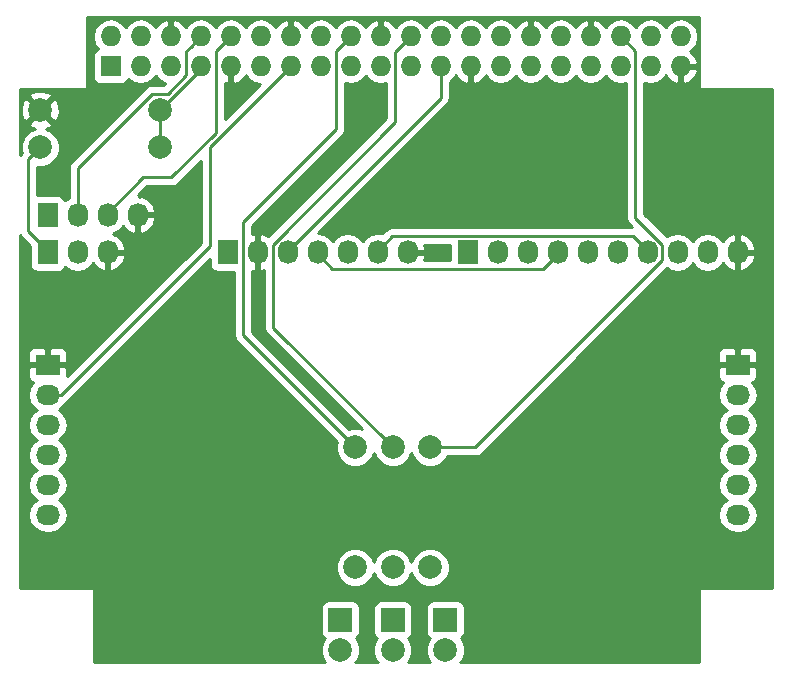
<source format=gbl>
G04 #@! TF.FileFunction,Copper,L2,Bot,Signal*
%FSLAX46Y46*%
G04 Gerber Fmt 4.6, Leading zero omitted, Abs format (unit mm)*
G04 Created by KiCad (PCBNEW 4.0.4-stable) date 10/20/16 10:06:23*
%MOMM*%
%LPD*%
G01*
G04 APERTURE LIST*
%ADD10C,0.100000*%
%ADD11R,1.727200X1.727200*%
%ADD12O,1.727200X1.727200*%
%ADD13C,1.998980*%
%ADD14R,1.727200X2.032000*%
%ADD15O,1.727200X2.032000*%
%ADD16R,2.000000X2.000000*%
%ADD17C,2.000000*%
%ADD18O,2.032000X1.727200*%
%ADD19R,2.032000X1.727200*%
%ADD20C,0.254000*%
G04 APERTURE END LIST*
D10*
D11*
X119634000Y-40132000D03*
D12*
X119634000Y-37592000D03*
X122174000Y-40132000D03*
X122174000Y-37592000D03*
X124714000Y-40132000D03*
X124714000Y-37592000D03*
X127254000Y-40132000D03*
X127254000Y-37592000D03*
X129794000Y-40132000D03*
X129794000Y-37592000D03*
X132334000Y-40132000D03*
X132334000Y-37592000D03*
X134874000Y-40132000D03*
X134874000Y-37592000D03*
X137414000Y-40132000D03*
X137414000Y-37592000D03*
X139954000Y-40132000D03*
X139954000Y-37592000D03*
X142494000Y-40132000D03*
X142494000Y-37592000D03*
X145034000Y-40132000D03*
X145034000Y-37592000D03*
X147574000Y-40132000D03*
X147574000Y-37592000D03*
X150114000Y-40132000D03*
X150114000Y-37592000D03*
X152654000Y-40132000D03*
X152654000Y-37592000D03*
X155194000Y-40132000D03*
X155194000Y-37592000D03*
X157734000Y-40132000D03*
X157734000Y-37592000D03*
X160274000Y-40132000D03*
X160274000Y-37592000D03*
X162814000Y-40132000D03*
X162814000Y-37592000D03*
X165354000Y-40132000D03*
X165354000Y-37592000D03*
X167894000Y-40132000D03*
X167894000Y-37592000D03*
D13*
X140335000Y-82550000D03*
X140335000Y-72390000D03*
D14*
X114300000Y-52705000D03*
D15*
X116840000Y-52705000D03*
X119380000Y-52705000D03*
X121920000Y-52705000D03*
D14*
X114300000Y-55880000D03*
D15*
X116840000Y-55880000D03*
X119380000Y-55880000D03*
D16*
X139065000Y-86995000D03*
D17*
X139065000Y-89535000D03*
D16*
X143510000Y-86995000D03*
D17*
X143510000Y-89535000D03*
D16*
X147955000Y-86995000D03*
D17*
X147955000Y-89535000D03*
D13*
X143510000Y-82550000D03*
X143510000Y-72390000D03*
X146685000Y-82550000D03*
X146685000Y-72390000D03*
X113665000Y-46990000D03*
X123825000Y-46990000D03*
X123825000Y-43815000D03*
X113665000Y-43815000D03*
D18*
X114300000Y-67945000D03*
D19*
X114300000Y-65405000D03*
D18*
X114300000Y-70485000D03*
X114300000Y-73025000D03*
X114300000Y-75565000D03*
X114300000Y-78105000D03*
X172720000Y-78105000D03*
X172720000Y-75565000D03*
X172720000Y-73025000D03*
X172720000Y-70485000D03*
D19*
X172720000Y-65405000D03*
D18*
X172720000Y-67945000D03*
D14*
X129540000Y-55880000D03*
D15*
X132080000Y-55880000D03*
X134620000Y-55880000D03*
X137160000Y-55880000D03*
X139700000Y-55880000D03*
X142240000Y-55880000D03*
X144780000Y-55880000D03*
D14*
X149860000Y-55880000D03*
D15*
X152400000Y-55880000D03*
X154940000Y-55880000D03*
X157480000Y-55880000D03*
X160020000Y-55880000D03*
X162560000Y-55880000D03*
X165100000Y-55880000D03*
X167640000Y-55880000D03*
X170180000Y-55880000D03*
X172720000Y-55880000D03*
D20*
X127254000Y-40386000D02*
X124824489Y-42815511D01*
X127254000Y-40132000D02*
X127254000Y-40386000D01*
X124824489Y-42815511D02*
X123825000Y-43815000D01*
X123825000Y-46990000D02*
X123825000Y-43815000D01*
X116840000Y-52705000D02*
X116840000Y-48756872D01*
X116840000Y-48756872D02*
X123162363Y-42434509D01*
X123162363Y-42434509D02*
X124443491Y-42434509D01*
X124443491Y-42434509D02*
X126009399Y-40868601D01*
X126009399Y-40868601D02*
X126009399Y-38836601D01*
X126009399Y-38836601D02*
X126390401Y-38455599D01*
X126390401Y-38455599D02*
X127254000Y-37592000D01*
X119380000Y-52552600D02*
X119380000Y-52705000D01*
X122402600Y-49530000D02*
X119380000Y-52552600D01*
X124757564Y-49530000D02*
X122402600Y-49530000D01*
X128549399Y-38836601D02*
X128549399Y-45738165D01*
X128549399Y-45738165D02*
X124757564Y-49530000D01*
X129794000Y-37592000D02*
X128549399Y-38836601D01*
X128016000Y-55372000D02*
X128016000Y-46990000D01*
X128016000Y-46990000D02*
X134874000Y-40132000D01*
X115443000Y-67945000D02*
X128016000Y-55372000D01*
X114300000Y-67945000D02*
X115443000Y-67945000D01*
X137160000Y-55880000D02*
X137160000Y-56032400D01*
X137160000Y-56032400D02*
X138404610Y-57277010D01*
X138404610Y-57277010D02*
X156235390Y-57277010D01*
X156235390Y-57277010D02*
X157480000Y-56032400D01*
X157480000Y-56032400D02*
X157480000Y-55880000D01*
X163855399Y-54482999D02*
X143484601Y-54482999D01*
X143484601Y-54482999D02*
X142240000Y-55727600D01*
X142240000Y-55727600D02*
X142240000Y-55880000D01*
X165100000Y-55880000D02*
X165100000Y-55727600D01*
X165100000Y-55727600D02*
X163855399Y-54482999D01*
X134620000Y-55880000D02*
X134620000Y-55727600D01*
X134620000Y-55727600D02*
X147574000Y-42773600D01*
X147574000Y-42773600D02*
X147574000Y-41353314D01*
X147574000Y-41353314D02*
X147574000Y-40132000D01*
X113665000Y-46990000D02*
X112665511Y-47989489D01*
X112665511Y-54093111D02*
X114300000Y-55727600D01*
X112665511Y-47989489D02*
X112665511Y-54093111D01*
X114300000Y-55727600D02*
X114300000Y-55880000D01*
X139954000Y-37592000D02*
X138709399Y-38836601D01*
X138709399Y-38836601D02*
X138709399Y-45440601D01*
X138709399Y-45440601D02*
X130835390Y-53314610D01*
X130835390Y-62890390D02*
X130835390Y-53314610D01*
X140335000Y-72390000D02*
X130835390Y-62890390D01*
X145034000Y-37592000D02*
X143738601Y-38887399D01*
X143738601Y-38887399D02*
X143738601Y-44848855D01*
X143738601Y-44848855D02*
X133375390Y-55212066D01*
X133375390Y-55212066D02*
X133375390Y-62255390D01*
X133375390Y-62255390D02*
X143510000Y-72390000D01*
X162814000Y-37592000D02*
X164058601Y-38836601D01*
X164058601Y-38836601D02*
X164058601Y-52926057D01*
X164058601Y-52926057D02*
X166344601Y-55212057D01*
X166344601Y-55212057D02*
X166344601Y-56547943D01*
X146685000Y-72390000D02*
X150502544Y-72390000D01*
X150502544Y-72390000D02*
X166344601Y-56547943D01*
G36*
X169418000Y-41910000D02*
X169428006Y-41959410D01*
X169456447Y-42001035D01*
X169498841Y-42028315D01*
X169545000Y-42037000D01*
X175615000Y-42037000D01*
X175615000Y-84328000D01*
X169545000Y-84328000D01*
X169495590Y-84338006D01*
X169453965Y-84366447D01*
X169426685Y-84408841D01*
X169418000Y-84455000D01*
X169418000Y-90580000D01*
X149222435Y-90580000D01*
X149340278Y-90462363D01*
X149589716Y-89861648D01*
X149590284Y-89211205D01*
X149341894Y-88610057D01*
X149275379Y-88543426D01*
X149406441Y-88459090D01*
X149551431Y-88246890D01*
X149602440Y-87995000D01*
X149602440Y-85995000D01*
X149558162Y-85759683D01*
X149419090Y-85543559D01*
X149206890Y-85398569D01*
X148955000Y-85347560D01*
X146955000Y-85347560D01*
X146719683Y-85391838D01*
X146503559Y-85530910D01*
X146358569Y-85743110D01*
X146307560Y-85995000D01*
X146307560Y-87995000D01*
X146351838Y-88230317D01*
X146490910Y-88446441D01*
X146633561Y-88543910D01*
X146569722Y-88607637D01*
X146320284Y-89208352D01*
X146319716Y-89858795D01*
X146568106Y-90459943D01*
X146687953Y-90580000D01*
X144777435Y-90580000D01*
X144895278Y-90462363D01*
X145144716Y-89861648D01*
X145145284Y-89211205D01*
X144896894Y-88610057D01*
X144830379Y-88543426D01*
X144961441Y-88459090D01*
X145106431Y-88246890D01*
X145157440Y-87995000D01*
X145157440Y-85995000D01*
X145113162Y-85759683D01*
X144974090Y-85543559D01*
X144761890Y-85398569D01*
X144510000Y-85347560D01*
X142510000Y-85347560D01*
X142274683Y-85391838D01*
X142058559Y-85530910D01*
X141913569Y-85743110D01*
X141862560Y-85995000D01*
X141862560Y-87995000D01*
X141906838Y-88230317D01*
X142045910Y-88446441D01*
X142188561Y-88543910D01*
X142124722Y-88607637D01*
X141875284Y-89208352D01*
X141874716Y-89858795D01*
X142123106Y-90459943D01*
X142242953Y-90580000D01*
X140332435Y-90580000D01*
X140450278Y-90462363D01*
X140699716Y-89861648D01*
X140700284Y-89211205D01*
X140451894Y-88610057D01*
X140385379Y-88543426D01*
X140516441Y-88459090D01*
X140661431Y-88246890D01*
X140712440Y-87995000D01*
X140712440Y-85995000D01*
X140668162Y-85759683D01*
X140529090Y-85543559D01*
X140316890Y-85398569D01*
X140065000Y-85347560D01*
X138065000Y-85347560D01*
X137829683Y-85391838D01*
X137613559Y-85530910D01*
X137468569Y-85743110D01*
X137417560Y-85995000D01*
X137417560Y-87995000D01*
X137461838Y-88230317D01*
X137600910Y-88446441D01*
X137743561Y-88543910D01*
X137679722Y-88607637D01*
X137430284Y-89208352D01*
X137429716Y-89858795D01*
X137678106Y-90459943D01*
X137797953Y-90580000D01*
X118237000Y-90580000D01*
X118237000Y-84455000D01*
X118226994Y-84405590D01*
X118198553Y-84363965D01*
X118156159Y-84336685D01*
X118110000Y-84328000D01*
X111985000Y-84328000D01*
X111985000Y-82873694D01*
X138700226Y-82873694D01*
X138948538Y-83474655D01*
X139407927Y-83934846D01*
X140008453Y-84184206D01*
X140658694Y-84184774D01*
X141259655Y-83936462D01*
X141719846Y-83477073D01*
X141922691Y-82988568D01*
X142123538Y-83474655D01*
X142582927Y-83934846D01*
X143183453Y-84184206D01*
X143833694Y-84184774D01*
X144434655Y-83936462D01*
X144894846Y-83477073D01*
X145097691Y-82988568D01*
X145298538Y-83474655D01*
X145757927Y-83934846D01*
X146358453Y-84184206D01*
X147008694Y-84184774D01*
X147609655Y-83936462D01*
X148069846Y-83477073D01*
X148319206Y-82876547D01*
X148319774Y-82226306D01*
X148071462Y-81625345D01*
X147612073Y-81165154D01*
X147011547Y-80915794D01*
X146361306Y-80915226D01*
X145760345Y-81163538D01*
X145300154Y-81622927D01*
X145097309Y-82111432D01*
X144896462Y-81625345D01*
X144437073Y-81165154D01*
X143836547Y-80915794D01*
X143186306Y-80915226D01*
X142585345Y-81163538D01*
X142125154Y-81622927D01*
X141922309Y-82111432D01*
X141721462Y-81625345D01*
X141262073Y-81165154D01*
X140661547Y-80915794D01*
X140011306Y-80915226D01*
X139410345Y-81163538D01*
X138950154Y-81622927D01*
X138700794Y-82223453D01*
X138700226Y-82873694D01*
X111985000Y-82873694D01*
X111985000Y-64415090D01*
X112649000Y-64415090D01*
X112649000Y-65119250D01*
X112807750Y-65278000D01*
X114173000Y-65278000D01*
X114173000Y-64065150D01*
X114427000Y-64065150D01*
X114427000Y-65278000D01*
X115792250Y-65278000D01*
X115951000Y-65119250D01*
X115951000Y-64415090D01*
X115854327Y-64181701D01*
X115675698Y-64003073D01*
X115442309Y-63906400D01*
X114585750Y-63906400D01*
X114427000Y-64065150D01*
X114173000Y-64065150D01*
X114014250Y-63906400D01*
X113157691Y-63906400D01*
X112924302Y-64003073D01*
X112745673Y-64181701D01*
X112649000Y-64415090D01*
X111985000Y-64415090D01*
X111985000Y-54419864D01*
X112005175Y-54450057D01*
X112126696Y-54631926D01*
X112788960Y-55294190D01*
X112788960Y-56896000D01*
X112833238Y-57131317D01*
X112972310Y-57347441D01*
X113184510Y-57492431D01*
X113436400Y-57543440D01*
X115163600Y-57543440D01*
X115398917Y-57499162D01*
X115615041Y-57360090D01*
X115760031Y-57147890D01*
X115768400Y-57106561D01*
X115780330Y-57124415D01*
X116266511Y-57449271D01*
X116840000Y-57563345D01*
X117413489Y-57449271D01*
X117899670Y-57124415D01*
X118106461Y-56814931D01*
X118477964Y-57230732D01*
X119005209Y-57484709D01*
X119020974Y-57487358D01*
X119253000Y-57366217D01*
X119253000Y-56007000D01*
X119507000Y-56007000D01*
X119507000Y-57366217D01*
X119739026Y-57487358D01*
X119754791Y-57484709D01*
X120282036Y-57230732D01*
X120671954Y-56794320D01*
X120865184Y-56241913D01*
X120720924Y-56007000D01*
X119507000Y-56007000D01*
X119253000Y-56007000D01*
X119233000Y-56007000D01*
X119233000Y-55753000D01*
X119253000Y-55753000D01*
X119253000Y-55733000D01*
X119507000Y-55733000D01*
X119507000Y-55753000D01*
X120720924Y-55753000D01*
X120865184Y-55518087D01*
X120671954Y-54965680D01*
X120282036Y-54529268D01*
X119811362Y-54302542D01*
X119953489Y-54274271D01*
X120439670Y-53949415D01*
X120646461Y-53639931D01*
X121017964Y-54055732D01*
X121545209Y-54309709D01*
X121560974Y-54312358D01*
X121793000Y-54191217D01*
X121793000Y-52832000D01*
X122047000Y-52832000D01*
X122047000Y-54191217D01*
X122279026Y-54312358D01*
X122294791Y-54309709D01*
X122822036Y-54055732D01*
X123211954Y-53619320D01*
X123405184Y-53066913D01*
X123260924Y-52832000D01*
X122047000Y-52832000D01*
X121793000Y-52832000D01*
X121773000Y-52832000D01*
X121773000Y-52578000D01*
X121793000Y-52578000D01*
X121793000Y-52558000D01*
X122047000Y-52558000D01*
X122047000Y-52578000D01*
X123260924Y-52578000D01*
X123405184Y-52343087D01*
X123211954Y-51790680D01*
X122822036Y-51354268D01*
X122294791Y-51100291D01*
X122279026Y-51097642D01*
X122047002Y-51218782D01*
X122047002Y-51054000D01*
X121956230Y-51054000D01*
X122718230Y-50292000D01*
X124757564Y-50292000D01*
X125049169Y-50233996D01*
X125296379Y-50068815D01*
X127254000Y-48111195D01*
X127254000Y-55056370D01*
X115951000Y-66359370D01*
X115951000Y-65690750D01*
X115792250Y-65532000D01*
X114427000Y-65532000D01*
X114427000Y-65552000D01*
X114173000Y-65552000D01*
X114173000Y-65532000D01*
X112807750Y-65532000D01*
X112649000Y-65690750D01*
X112649000Y-66394910D01*
X112745673Y-66628299D01*
X112924302Y-66806927D01*
X113077780Y-66870500D01*
X113055585Y-66885330D01*
X112730729Y-67371511D01*
X112616655Y-67945000D01*
X112730729Y-68518489D01*
X113055585Y-69004670D01*
X113370366Y-69215000D01*
X113055585Y-69425330D01*
X112730729Y-69911511D01*
X112616655Y-70485000D01*
X112730729Y-71058489D01*
X113055585Y-71544670D01*
X113370366Y-71755000D01*
X113055585Y-71965330D01*
X112730729Y-72451511D01*
X112616655Y-73025000D01*
X112730729Y-73598489D01*
X113055585Y-74084670D01*
X113370366Y-74295000D01*
X113055585Y-74505330D01*
X112730729Y-74991511D01*
X112616655Y-75565000D01*
X112730729Y-76138489D01*
X113055585Y-76624670D01*
X113370366Y-76835000D01*
X113055585Y-77045330D01*
X112730729Y-77531511D01*
X112616655Y-78105000D01*
X112730729Y-78678489D01*
X113055585Y-79164670D01*
X113541766Y-79489526D01*
X114115255Y-79603600D01*
X114484745Y-79603600D01*
X115058234Y-79489526D01*
X115544415Y-79164670D01*
X115869271Y-78678489D01*
X115983345Y-78105000D01*
X115869271Y-77531511D01*
X115544415Y-77045330D01*
X115229634Y-76835000D01*
X115544415Y-76624670D01*
X115869271Y-76138489D01*
X115983345Y-75565000D01*
X115869271Y-74991511D01*
X115544415Y-74505330D01*
X115229634Y-74295000D01*
X115544415Y-74084670D01*
X115869271Y-73598489D01*
X115983345Y-73025000D01*
X115869271Y-72451511D01*
X115544415Y-71965330D01*
X115229634Y-71755000D01*
X115544415Y-71544670D01*
X115869271Y-71058489D01*
X115983345Y-70485000D01*
X115869271Y-69911511D01*
X115544415Y-69425330D01*
X115229634Y-69215000D01*
X115544415Y-69004670D01*
X115820352Y-68591702D01*
X115981815Y-68483815D01*
X128028960Y-56436670D01*
X128028960Y-56896000D01*
X128073238Y-57131317D01*
X128212310Y-57347441D01*
X128424510Y-57492431D01*
X128676400Y-57543440D01*
X130073390Y-57543440D01*
X130073390Y-62890390D01*
X130131394Y-63181995D01*
X130296575Y-63429205D01*
X138768285Y-71900916D01*
X138700794Y-72063453D01*
X138700226Y-72713694D01*
X138948538Y-73314655D01*
X139407927Y-73774846D01*
X140008453Y-74024206D01*
X140658694Y-74024774D01*
X141259655Y-73776462D01*
X141719846Y-73317073D01*
X141922691Y-72828568D01*
X142123538Y-73314655D01*
X142582927Y-73774846D01*
X143183453Y-74024206D01*
X143833694Y-74024774D01*
X144434655Y-73776462D01*
X144894846Y-73317073D01*
X145097691Y-72828568D01*
X145298538Y-73314655D01*
X145757927Y-73774846D01*
X146358453Y-74024206D01*
X147008694Y-74024774D01*
X147609655Y-73776462D01*
X148069846Y-73317073D01*
X148138390Y-73152000D01*
X150502544Y-73152000D01*
X150794149Y-73093996D01*
X151041359Y-72928815D01*
X156025174Y-67945000D01*
X171036655Y-67945000D01*
X171150729Y-68518489D01*
X171475585Y-69004670D01*
X171790366Y-69215000D01*
X171475585Y-69425330D01*
X171150729Y-69911511D01*
X171036655Y-70485000D01*
X171150729Y-71058489D01*
X171475585Y-71544670D01*
X171790366Y-71755000D01*
X171475585Y-71965330D01*
X171150729Y-72451511D01*
X171036655Y-73025000D01*
X171150729Y-73598489D01*
X171475585Y-74084670D01*
X171790366Y-74295000D01*
X171475585Y-74505330D01*
X171150729Y-74991511D01*
X171036655Y-75565000D01*
X171150729Y-76138489D01*
X171475585Y-76624670D01*
X171790366Y-76835000D01*
X171475585Y-77045330D01*
X171150729Y-77531511D01*
X171036655Y-78105000D01*
X171150729Y-78678489D01*
X171475585Y-79164670D01*
X171961766Y-79489526D01*
X172535255Y-79603600D01*
X172904745Y-79603600D01*
X173478234Y-79489526D01*
X173964415Y-79164670D01*
X174289271Y-78678489D01*
X174403345Y-78105000D01*
X174289271Y-77531511D01*
X173964415Y-77045330D01*
X173649634Y-76835000D01*
X173964415Y-76624670D01*
X174289271Y-76138489D01*
X174403345Y-75565000D01*
X174289271Y-74991511D01*
X173964415Y-74505330D01*
X173649634Y-74295000D01*
X173964415Y-74084670D01*
X174289271Y-73598489D01*
X174403345Y-73025000D01*
X174289271Y-72451511D01*
X173964415Y-71965330D01*
X173649634Y-71755000D01*
X173964415Y-71544670D01*
X174289271Y-71058489D01*
X174403345Y-70485000D01*
X174289271Y-69911511D01*
X173964415Y-69425330D01*
X173649634Y-69215000D01*
X173964415Y-69004670D01*
X174289271Y-68518489D01*
X174403345Y-67945000D01*
X174289271Y-67371511D01*
X173964415Y-66885330D01*
X173942220Y-66870500D01*
X174095698Y-66806927D01*
X174274327Y-66628299D01*
X174371000Y-66394910D01*
X174371000Y-65690750D01*
X174212250Y-65532000D01*
X172847000Y-65532000D01*
X172847000Y-65552000D01*
X172593000Y-65552000D01*
X172593000Y-65532000D01*
X171227750Y-65532000D01*
X171069000Y-65690750D01*
X171069000Y-66394910D01*
X171165673Y-66628299D01*
X171344302Y-66806927D01*
X171497780Y-66870500D01*
X171475585Y-66885330D01*
X171150729Y-67371511D01*
X171036655Y-67945000D01*
X156025174Y-67945000D01*
X159555084Y-64415090D01*
X171069000Y-64415090D01*
X171069000Y-65119250D01*
X171227750Y-65278000D01*
X172593000Y-65278000D01*
X172593000Y-64065150D01*
X172847000Y-64065150D01*
X172847000Y-65278000D01*
X174212250Y-65278000D01*
X174371000Y-65119250D01*
X174371000Y-64415090D01*
X174274327Y-64181701D01*
X174095698Y-64003073D01*
X173862309Y-63906400D01*
X173005750Y-63906400D01*
X172847000Y-64065150D01*
X172593000Y-64065150D01*
X172434250Y-63906400D01*
X171577691Y-63906400D01*
X171344302Y-64003073D01*
X171165673Y-64181701D01*
X171069000Y-64415090D01*
X159555084Y-64415090D01*
X166739443Y-57230731D01*
X167066511Y-57449271D01*
X167640000Y-57563345D01*
X168213489Y-57449271D01*
X168699670Y-57124415D01*
X168910000Y-56809634D01*
X169120330Y-57124415D01*
X169606511Y-57449271D01*
X170180000Y-57563345D01*
X170753489Y-57449271D01*
X171239670Y-57124415D01*
X171446461Y-56814931D01*
X171817964Y-57230732D01*
X172345209Y-57484709D01*
X172360974Y-57487358D01*
X172593000Y-57366217D01*
X172593000Y-56007000D01*
X172847000Y-56007000D01*
X172847000Y-57366217D01*
X173079026Y-57487358D01*
X173094791Y-57484709D01*
X173622036Y-57230732D01*
X174011954Y-56794320D01*
X174205184Y-56241913D01*
X174060924Y-56007000D01*
X172847000Y-56007000D01*
X172593000Y-56007000D01*
X172573000Y-56007000D01*
X172573000Y-55753000D01*
X172593000Y-55753000D01*
X172593000Y-54393783D01*
X172847000Y-54393783D01*
X172847000Y-55753000D01*
X174060924Y-55753000D01*
X174205184Y-55518087D01*
X174011954Y-54965680D01*
X173622036Y-54529268D01*
X173094791Y-54275291D01*
X173079026Y-54272642D01*
X172847000Y-54393783D01*
X172593000Y-54393783D01*
X172360974Y-54272642D01*
X172345209Y-54275291D01*
X171817964Y-54529268D01*
X171446461Y-54945069D01*
X171239670Y-54635585D01*
X170753489Y-54310729D01*
X170180000Y-54196655D01*
X169606511Y-54310729D01*
X169120330Y-54635585D01*
X168910000Y-54950366D01*
X168699670Y-54635585D01*
X168213489Y-54310729D01*
X167640000Y-54196655D01*
X167066511Y-54310729D01*
X166739444Y-54529269D01*
X164820601Y-52610427D01*
X164820601Y-41553859D01*
X165354000Y-41659959D01*
X165927489Y-41545885D01*
X166413670Y-41221029D01*
X166629664Y-40897772D01*
X166687179Y-41020490D01*
X167119053Y-41414688D01*
X167534974Y-41586958D01*
X167767000Y-41465817D01*
X167767000Y-40259000D01*
X168021000Y-40259000D01*
X168021000Y-41465817D01*
X168253026Y-41586958D01*
X168668947Y-41414688D01*
X169100821Y-41020490D01*
X169348968Y-40491027D01*
X169228469Y-40259000D01*
X168021000Y-40259000D01*
X167767000Y-40259000D01*
X167747000Y-40259000D01*
X167747000Y-40005000D01*
X167767000Y-40005000D01*
X167767000Y-39985000D01*
X168021000Y-39985000D01*
X168021000Y-40005000D01*
X169228469Y-40005000D01*
X169348968Y-39772973D01*
X169100821Y-39243510D01*
X168682839Y-38861992D01*
X168953670Y-38681029D01*
X169278526Y-38194848D01*
X169392600Y-37621359D01*
X169392600Y-37562641D01*
X169278526Y-36989152D01*
X168953670Y-36502971D01*
X168467489Y-36178115D01*
X167894000Y-36064041D01*
X167320511Y-36178115D01*
X166834330Y-36502971D01*
X166624000Y-36817752D01*
X166413670Y-36502971D01*
X165927489Y-36178115D01*
X165354000Y-36064041D01*
X164780511Y-36178115D01*
X164294330Y-36502971D01*
X164084000Y-36817752D01*
X163873670Y-36502971D01*
X163387489Y-36178115D01*
X162814000Y-36064041D01*
X162240511Y-36178115D01*
X161754330Y-36502971D01*
X161538336Y-36826228D01*
X161480821Y-36703510D01*
X161048947Y-36309312D01*
X160633026Y-36137042D01*
X160401000Y-36258183D01*
X160401000Y-37465000D01*
X160421000Y-37465000D01*
X160421000Y-37719000D01*
X160401000Y-37719000D01*
X160401000Y-37739000D01*
X160147000Y-37739000D01*
X160147000Y-37719000D01*
X160127000Y-37719000D01*
X160127000Y-37465000D01*
X160147000Y-37465000D01*
X160147000Y-36258183D01*
X159914974Y-36137042D01*
X159499053Y-36309312D01*
X159067179Y-36703510D01*
X159009664Y-36826228D01*
X158793670Y-36502971D01*
X158307489Y-36178115D01*
X157734000Y-36064041D01*
X157160511Y-36178115D01*
X156674330Y-36502971D01*
X156458336Y-36826228D01*
X156400821Y-36703510D01*
X155968947Y-36309312D01*
X155553026Y-36137042D01*
X155321000Y-36258183D01*
X155321000Y-37465000D01*
X155341000Y-37465000D01*
X155341000Y-37719000D01*
X155321000Y-37719000D01*
X155321000Y-37739000D01*
X155067000Y-37739000D01*
X155067000Y-37719000D01*
X155047000Y-37719000D01*
X155047000Y-37465000D01*
X155067000Y-37465000D01*
X155067000Y-36258183D01*
X154834974Y-36137042D01*
X154419053Y-36309312D01*
X153987179Y-36703510D01*
X153929664Y-36826228D01*
X153713670Y-36502971D01*
X153227489Y-36178115D01*
X152654000Y-36064041D01*
X152080511Y-36178115D01*
X151594330Y-36502971D01*
X151384000Y-36817752D01*
X151173670Y-36502971D01*
X150687489Y-36178115D01*
X150114000Y-36064041D01*
X149540511Y-36178115D01*
X149054330Y-36502971D01*
X148844000Y-36817752D01*
X148633670Y-36502971D01*
X148147489Y-36178115D01*
X147574000Y-36064041D01*
X147000511Y-36178115D01*
X146514330Y-36502971D01*
X146304000Y-36817752D01*
X146093670Y-36502971D01*
X145607489Y-36178115D01*
X145034000Y-36064041D01*
X144460511Y-36178115D01*
X143974330Y-36502971D01*
X143758336Y-36826228D01*
X143700821Y-36703510D01*
X143268947Y-36309312D01*
X142853026Y-36137042D01*
X142621000Y-36258183D01*
X142621000Y-37465000D01*
X142641000Y-37465000D01*
X142641000Y-37719000D01*
X142621000Y-37719000D01*
X142621000Y-37739000D01*
X142367000Y-37739000D01*
X142367000Y-37719000D01*
X142347000Y-37719000D01*
X142347000Y-37465000D01*
X142367000Y-37465000D01*
X142367000Y-36258183D01*
X142134974Y-36137042D01*
X141719053Y-36309312D01*
X141287179Y-36703510D01*
X141229664Y-36826228D01*
X141013670Y-36502971D01*
X140527489Y-36178115D01*
X139954000Y-36064041D01*
X139380511Y-36178115D01*
X138894330Y-36502971D01*
X138684000Y-36817752D01*
X138473670Y-36502971D01*
X137987489Y-36178115D01*
X137414000Y-36064041D01*
X136840511Y-36178115D01*
X136354330Y-36502971D01*
X136138336Y-36826228D01*
X136080821Y-36703510D01*
X135648947Y-36309312D01*
X135233026Y-36137042D01*
X135001000Y-36258183D01*
X135001000Y-37465000D01*
X135021000Y-37465000D01*
X135021000Y-37719000D01*
X135001000Y-37719000D01*
X135001000Y-37739000D01*
X134747000Y-37739000D01*
X134747000Y-37719000D01*
X134727000Y-37719000D01*
X134727000Y-37465000D01*
X134747000Y-37465000D01*
X134747000Y-36258183D01*
X134514974Y-36137042D01*
X134099053Y-36309312D01*
X133667179Y-36703510D01*
X133609664Y-36826228D01*
X133393670Y-36502971D01*
X132907489Y-36178115D01*
X132334000Y-36064041D01*
X131760511Y-36178115D01*
X131274330Y-36502971D01*
X131064000Y-36817752D01*
X130853670Y-36502971D01*
X130367489Y-36178115D01*
X129794000Y-36064041D01*
X129220511Y-36178115D01*
X128734330Y-36502971D01*
X128524000Y-36817752D01*
X128313670Y-36502971D01*
X127827489Y-36178115D01*
X127254000Y-36064041D01*
X126680511Y-36178115D01*
X126194330Y-36502971D01*
X125978336Y-36826228D01*
X125920821Y-36703510D01*
X125488947Y-36309312D01*
X125073026Y-36137042D01*
X124841000Y-36258183D01*
X124841000Y-37465000D01*
X124861000Y-37465000D01*
X124861000Y-37719000D01*
X124841000Y-37719000D01*
X124841000Y-37739000D01*
X124587000Y-37739000D01*
X124587000Y-37719000D01*
X124567000Y-37719000D01*
X124567000Y-37465000D01*
X124587000Y-37465000D01*
X124587000Y-36258183D01*
X124354974Y-36137042D01*
X123939053Y-36309312D01*
X123507179Y-36703510D01*
X123449664Y-36826228D01*
X123233670Y-36502971D01*
X122747489Y-36178115D01*
X122174000Y-36064041D01*
X121600511Y-36178115D01*
X121114330Y-36502971D01*
X120904000Y-36817752D01*
X120693670Y-36502971D01*
X120207489Y-36178115D01*
X119634000Y-36064041D01*
X119060511Y-36178115D01*
X118574330Y-36502971D01*
X118249474Y-36989152D01*
X118135400Y-37562641D01*
X118135400Y-37621359D01*
X118249474Y-38194848D01*
X118560574Y-38660442D01*
X118535083Y-38665238D01*
X118318959Y-38804310D01*
X118173969Y-39016510D01*
X118122960Y-39268400D01*
X118122960Y-40995600D01*
X118167238Y-41230917D01*
X118306310Y-41447041D01*
X118518510Y-41592031D01*
X118770400Y-41643040D01*
X120497600Y-41643040D01*
X120732917Y-41598762D01*
X120949041Y-41459690D01*
X121094031Y-41247490D01*
X121102864Y-41203869D01*
X121114330Y-41221029D01*
X121600511Y-41545885D01*
X122174000Y-41659959D01*
X122747489Y-41545885D01*
X123233670Y-41221029D01*
X123444000Y-40906248D01*
X123654330Y-41221029D01*
X124140511Y-41545885D01*
X124235575Y-41564794D01*
X124127861Y-41672509D01*
X123162363Y-41672509D01*
X122870759Y-41730512D01*
X122623548Y-41895693D01*
X116301185Y-48218057D01*
X116136004Y-48465267D01*
X116078000Y-48756872D01*
X116078000Y-51261688D01*
X115780330Y-51460585D01*
X115770757Y-51474913D01*
X115766762Y-51453683D01*
X115627690Y-51237559D01*
X115415490Y-51092569D01*
X115163600Y-51041560D01*
X113436400Y-51041560D01*
X113427511Y-51043233D01*
X113427511Y-48624284D01*
X113988694Y-48624774D01*
X114589655Y-48376462D01*
X115049846Y-47917073D01*
X115299206Y-47316547D01*
X115299774Y-46666306D01*
X115051462Y-46065345D01*
X114592073Y-45605154D01*
X114118035Y-45408316D01*
X114538958Y-45233965D01*
X114637557Y-44967163D01*
X113665000Y-43994605D01*
X112692443Y-44967163D01*
X112791042Y-45233965D01*
X113235333Y-45399013D01*
X112740345Y-45603538D01*
X112280154Y-46062927D01*
X112030794Y-46663453D01*
X112030226Y-47313694D01*
X112102060Y-47487545D01*
X111985000Y-47662736D01*
X111985000Y-43550582D01*
X112019599Y-43550582D01*
X112043659Y-44200377D01*
X112246035Y-44688958D01*
X112512837Y-44787557D01*
X113485395Y-43815000D01*
X113844605Y-43815000D01*
X114817163Y-44787557D01*
X115083965Y-44688958D01*
X115310401Y-44079418D01*
X115286341Y-43429623D01*
X115083965Y-42941042D01*
X114817163Y-42842443D01*
X113844605Y-43815000D01*
X113485395Y-43815000D01*
X112512837Y-42842443D01*
X112246035Y-42941042D01*
X112019599Y-43550582D01*
X111985000Y-43550582D01*
X111985000Y-42662837D01*
X112692443Y-42662837D01*
X113665000Y-43635395D01*
X114637557Y-42662837D01*
X114538958Y-42396035D01*
X113929418Y-42169599D01*
X113279623Y-42193659D01*
X112791042Y-42396035D01*
X112692443Y-42662837D01*
X111985000Y-42662837D01*
X111985000Y-42037000D01*
X117475000Y-42037000D01*
X117524410Y-42026994D01*
X117566035Y-41998553D01*
X117593315Y-41956159D01*
X117602000Y-41910000D01*
X117602000Y-35950000D01*
X169418000Y-35950000D01*
X169418000Y-41910000D01*
X169418000Y-41910000D01*
G37*
X169418000Y-41910000D02*
X169428006Y-41959410D01*
X169456447Y-42001035D01*
X169498841Y-42028315D01*
X169545000Y-42037000D01*
X175615000Y-42037000D01*
X175615000Y-84328000D01*
X169545000Y-84328000D01*
X169495590Y-84338006D01*
X169453965Y-84366447D01*
X169426685Y-84408841D01*
X169418000Y-84455000D01*
X169418000Y-90580000D01*
X149222435Y-90580000D01*
X149340278Y-90462363D01*
X149589716Y-89861648D01*
X149590284Y-89211205D01*
X149341894Y-88610057D01*
X149275379Y-88543426D01*
X149406441Y-88459090D01*
X149551431Y-88246890D01*
X149602440Y-87995000D01*
X149602440Y-85995000D01*
X149558162Y-85759683D01*
X149419090Y-85543559D01*
X149206890Y-85398569D01*
X148955000Y-85347560D01*
X146955000Y-85347560D01*
X146719683Y-85391838D01*
X146503559Y-85530910D01*
X146358569Y-85743110D01*
X146307560Y-85995000D01*
X146307560Y-87995000D01*
X146351838Y-88230317D01*
X146490910Y-88446441D01*
X146633561Y-88543910D01*
X146569722Y-88607637D01*
X146320284Y-89208352D01*
X146319716Y-89858795D01*
X146568106Y-90459943D01*
X146687953Y-90580000D01*
X144777435Y-90580000D01*
X144895278Y-90462363D01*
X145144716Y-89861648D01*
X145145284Y-89211205D01*
X144896894Y-88610057D01*
X144830379Y-88543426D01*
X144961441Y-88459090D01*
X145106431Y-88246890D01*
X145157440Y-87995000D01*
X145157440Y-85995000D01*
X145113162Y-85759683D01*
X144974090Y-85543559D01*
X144761890Y-85398569D01*
X144510000Y-85347560D01*
X142510000Y-85347560D01*
X142274683Y-85391838D01*
X142058559Y-85530910D01*
X141913569Y-85743110D01*
X141862560Y-85995000D01*
X141862560Y-87995000D01*
X141906838Y-88230317D01*
X142045910Y-88446441D01*
X142188561Y-88543910D01*
X142124722Y-88607637D01*
X141875284Y-89208352D01*
X141874716Y-89858795D01*
X142123106Y-90459943D01*
X142242953Y-90580000D01*
X140332435Y-90580000D01*
X140450278Y-90462363D01*
X140699716Y-89861648D01*
X140700284Y-89211205D01*
X140451894Y-88610057D01*
X140385379Y-88543426D01*
X140516441Y-88459090D01*
X140661431Y-88246890D01*
X140712440Y-87995000D01*
X140712440Y-85995000D01*
X140668162Y-85759683D01*
X140529090Y-85543559D01*
X140316890Y-85398569D01*
X140065000Y-85347560D01*
X138065000Y-85347560D01*
X137829683Y-85391838D01*
X137613559Y-85530910D01*
X137468569Y-85743110D01*
X137417560Y-85995000D01*
X137417560Y-87995000D01*
X137461838Y-88230317D01*
X137600910Y-88446441D01*
X137743561Y-88543910D01*
X137679722Y-88607637D01*
X137430284Y-89208352D01*
X137429716Y-89858795D01*
X137678106Y-90459943D01*
X137797953Y-90580000D01*
X118237000Y-90580000D01*
X118237000Y-84455000D01*
X118226994Y-84405590D01*
X118198553Y-84363965D01*
X118156159Y-84336685D01*
X118110000Y-84328000D01*
X111985000Y-84328000D01*
X111985000Y-82873694D01*
X138700226Y-82873694D01*
X138948538Y-83474655D01*
X139407927Y-83934846D01*
X140008453Y-84184206D01*
X140658694Y-84184774D01*
X141259655Y-83936462D01*
X141719846Y-83477073D01*
X141922691Y-82988568D01*
X142123538Y-83474655D01*
X142582927Y-83934846D01*
X143183453Y-84184206D01*
X143833694Y-84184774D01*
X144434655Y-83936462D01*
X144894846Y-83477073D01*
X145097691Y-82988568D01*
X145298538Y-83474655D01*
X145757927Y-83934846D01*
X146358453Y-84184206D01*
X147008694Y-84184774D01*
X147609655Y-83936462D01*
X148069846Y-83477073D01*
X148319206Y-82876547D01*
X148319774Y-82226306D01*
X148071462Y-81625345D01*
X147612073Y-81165154D01*
X147011547Y-80915794D01*
X146361306Y-80915226D01*
X145760345Y-81163538D01*
X145300154Y-81622927D01*
X145097309Y-82111432D01*
X144896462Y-81625345D01*
X144437073Y-81165154D01*
X143836547Y-80915794D01*
X143186306Y-80915226D01*
X142585345Y-81163538D01*
X142125154Y-81622927D01*
X141922309Y-82111432D01*
X141721462Y-81625345D01*
X141262073Y-81165154D01*
X140661547Y-80915794D01*
X140011306Y-80915226D01*
X139410345Y-81163538D01*
X138950154Y-81622927D01*
X138700794Y-82223453D01*
X138700226Y-82873694D01*
X111985000Y-82873694D01*
X111985000Y-64415090D01*
X112649000Y-64415090D01*
X112649000Y-65119250D01*
X112807750Y-65278000D01*
X114173000Y-65278000D01*
X114173000Y-64065150D01*
X114427000Y-64065150D01*
X114427000Y-65278000D01*
X115792250Y-65278000D01*
X115951000Y-65119250D01*
X115951000Y-64415090D01*
X115854327Y-64181701D01*
X115675698Y-64003073D01*
X115442309Y-63906400D01*
X114585750Y-63906400D01*
X114427000Y-64065150D01*
X114173000Y-64065150D01*
X114014250Y-63906400D01*
X113157691Y-63906400D01*
X112924302Y-64003073D01*
X112745673Y-64181701D01*
X112649000Y-64415090D01*
X111985000Y-64415090D01*
X111985000Y-54419864D01*
X112005175Y-54450057D01*
X112126696Y-54631926D01*
X112788960Y-55294190D01*
X112788960Y-56896000D01*
X112833238Y-57131317D01*
X112972310Y-57347441D01*
X113184510Y-57492431D01*
X113436400Y-57543440D01*
X115163600Y-57543440D01*
X115398917Y-57499162D01*
X115615041Y-57360090D01*
X115760031Y-57147890D01*
X115768400Y-57106561D01*
X115780330Y-57124415D01*
X116266511Y-57449271D01*
X116840000Y-57563345D01*
X117413489Y-57449271D01*
X117899670Y-57124415D01*
X118106461Y-56814931D01*
X118477964Y-57230732D01*
X119005209Y-57484709D01*
X119020974Y-57487358D01*
X119253000Y-57366217D01*
X119253000Y-56007000D01*
X119507000Y-56007000D01*
X119507000Y-57366217D01*
X119739026Y-57487358D01*
X119754791Y-57484709D01*
X120282036Y-57230732D01*
X120671954Y-56794320D01*
X120865184Y-56241913D01*
X120720924Y-56007000D01*
X119507000Y-56007000D01*
X119253000Y-56007000D01*
X119233000Y-56007000D01*
X119233000Y-55753000D01*
X119253000Y-55753000D01*
X119253000Y-55733000D01*
X119507000Y-55733000D01*
X119507000Y-55753000D01*
X120720924Y-55753000D01*
X120865184Y-55518087D01*
X120671954Y-54965680D01*
X120282036Y-54529268D01*
X119811362Y-54302542D01*
X119953489Y-54274271D01*
X120439670Y-53949415D01*
X120646461Y-53639931D01*
X121017964Y-54055732D01*
X121545209Y-54309709D01*
X121560974Y-54312358D01*
X121793000Y-54191217D01*
X121793000Y-52832000D01*
X122047000Y-52832000D01*
X122047000Y-54191217D01*
X122279026Y-54312358D01*
X122294791Y-54309709D01*
X122822036Y-54055732D01*
X123211954Y-53619320D01*
X123405184Y-53066913D01*
X123260924Y-52832000D01*
X122047000Y-52832000D01*
X121793000Y-52832000D01*
X121773000Y-52832000D01*
X121773000Y-52578000D01*
X121793000Y-52578000D01*
X121793000Y-52558000D01*
X122047000Y-52558000D01*
X122047000Y-52578000D01*
X123260924Y-52578000D01*
X123405184Y-52343087D01*
X123211954Y-51790680D01*
X122822036Y-51354268D01*
X122294791Y-51100291D01*
X122279026Y-51097642D01*
X122047002Y-51218782D01*
X122047002Y-51054000D01*
X121956230Y-51054000D01*
X122718230Y-50292000D01*
X124757564Y-50292000D01*
X125049169Y-50233996D01*
X125296379Y-50068815D01*
X127254000Y-48111195D01*
X127254000Y-55056370D01*
X115951000Y-66359370D01*
X115951000Y-65690750D01*
X115792250Y-65532000D01*
X114427000Y-65532000D01*
X114427000Y-65552000D01*
X114173000Y-65552000D01*
X114173000Y-65532000D01*
X112807750Y-65532000D01*
X112649000Y-65690750D01*
X112649000Y-66394910D01*
X112745673Y-66628299D01*
X112924302Y-66806927D01*
X113077780Y-66870500D01*
X113055585Y-66885330D01*
X112730729Y-67371511D01*
X112616655Y-67945000D01*
X112730729Y-68518489D01*
X113055585Y-69004670D01*
X113370366Y-69215000D01*
X113055585Y-69425330D01*
X112730729Y-69911511D01*
X112616655Y-70485000D01*
X112730729Y-71058489D01*
X113055585Y-71544670D01*
X113370366Y-71755000D01*
X113055585Y-71965330D01*
X112730729Y-72451511D01*
X112616655Y-73025000D01*
X112730729Y-73598489D01*
X113055585Y-74084670D01*
X113370366Y-74295000D01*
X113055585Y-74505330D01*
X112730729Y-74991511D01*
X112616655Y-75565000D01*
X112730729Y-76138489D01*
X113055585Y-76624670D01*
X113370366Y-76835000D01*
X113055585Y-77045330D01*
X112730729Y-77531511D01*
X112616655Y-78105000D01*
X112730729Y-78678489D01*
X113055585Y-79164670D01*
X113541766Y-79489526D01*
X114115255Y-79603600D01*
X114484745Y-79603600D01*
X115058234Y-79489526D01*
X115544415Y-79164670D01*
X115869271Y-78678489D01*
X115983345Y-78105000D01*
X115869271Y-77531511D01*
X115544415Y-77045330D01*
X115229634Y-76835000D01*
X115544415Y-76624670D01*
X115869271Y-76138489D01*
X115983345Y-75565000D01*
X115869271Y-74991511D01*
X115544415Y-74505330D01*
X115229634Y-74295000D01*
X115544415Y-74084670D01*
X115869271Y-73598489D01*
X115983345Y-73025000D01*
X115869271Y-72451511D01*
X115544415Y-71965330D01*
X115229634Y-71755000D01*
X115544415Y-71544670D01*
X115869271Y-71058489D01*
X115983345Y-70485000D01*
X115869271Y-69911511D01*
X115544415Y-69425330D01*
X115229634Y-69215000D01*
X115544415Y-69004670D01*
X115820352Y-68591702D01*
X115981815Y-68483815D01*
X128028960Y-56436670D01*
X128028960Y-56896000D01*
X128073238Y-57131317D01*
X128212310Y-57347441D01*
X128424510Y-57492431D01*
X128676400Y-57543440D01*
X130073390Y-57543440D01*
X130073390Y-62890390D01*
X130131394Y-63181995D01*
X130296575Y-63429205D01*
X138768285Y-71900916D01*
X138700794Y-72063453D01*
X138700226Y-72713694D01*
X138948538Y-73314655D01*
X139407927Y-73774846D01*
X140008453Y-74024206D01*
X140658694Y-74024774D01*
X141259655Y-73776462D01*
X141719846Y-73317073D01*
X141922691Y-72828568D01*
X142123538Y-73314655D01*
X142582927Y-73774846D01*
X143183453Y-74024206D01*
X143833694Y-74024774D01*
X144434655Y-73776462D01*
X144894846Y-73317073D01*
X145097691Y-72828568D01*
X145298538Y-73314655D01*
X145757927Y-73774846D01*
X146358453Y-74024206D01*
X147008694Y-74024774D01*
X147609655Y-73776462D01*
X148069846Y-73317073D01*
X148138390Y-73152000D01*
X150502544Y-73152000D01*
X150794149Y-73093996D01*
X151041359Y-72928815D01*
X156025174Y-67945000D01*
X171036655Y-67945000D01*
X171150729Y-68518489D01*
X171475585Y-69004670D01*
X171790366Y-69215000D01*
X171475585Y-69425330D01*
X171150729Y-69911511D01*
X171036655Y-70485000D01*
X171150729Y-71058489D01*
X171475585Y-71544670D01*
X171790366Y-71755000D01*
X171475585Y-71965330D01*
X171150729Y-72451511D01*
X171036655Y-73025000D01*
X171150729Y-73598489D01*
X171475585Y-74084670D01*
X171790366Y-74295000D01*
X171475585Y-74505330D01*
X171150729Y-74991511D01*
X171036655Y-75565000D01*
X171150729Y-76138489D01*
X171475585Y-76624670D01*
X171790366Y-76835000D01*
X171475585Y-77045330D01*
X171150729Y-77531511D01*
X171036655Y-78105000D01*
X171150729Y-78678489D01*
X171475585Y-79164670D01*
X171961766Y-79489526D01*
X172535255Y-79603600D01*
X172904745Y-79603600D01*
X173478234Y-79489526D01*
X173964415Y-79164670D01*
X174289271Y-78678489D01*
X174403345Y-78105000D01*
X174289271Y-77531511D01*
X173964415Y-77045330D01*
X173649634Y-76835000D01*
X173964415Y-76624670D01*
X174289271Y-76138489D01*
X174403345Y-75565000D01*
X174289271Y-74991511D01*
X173964415Y-74505330D01*
X173649634Y-74295000D01*
X173964415Y-74084670D01*
X174289271Y-73598489D01*
X174403345Y-73025000D01*
X174289271Y-72451511D01*
X173964415Y-71965330D01*
X173649634Y-71755000D01*
X173964415Y-71544670D01*
X174289271Y-71058489D01*
X174403345Y-70485000D01*
X174289271Y-69911511D01*
X173964415Y-69425330D01*
X173649634Y-69215000D01*
X173964415Y-69004670D01*
X174289271Y-68518489D01*
X174403345Y-67945000D01*
X174289271Y-67371511D01*
X173964415Y-66885330D01*
X173942220Y-66870500D01*
X174095698Y-66806927D01*
X174274327Y-66628299D01*
X174371000Y-66394910D01*
X174371000Y-65690750D01*
X174212250Y-65532000D01*
X172847000Y-65532000D01*
X172847000Y-65552000D01*
X172593000Y-65552000D01*
X172593000Y-65532000D01*
X171227750Y-65532000D01*
X171069000Y-65690750D01*
X171069000Y-66394910D01*
X171165673Y-66628299D01*
X171344302Y-66806927D01*
X171497780Y-66870500D01*
X171475585Y-66885330D01*
X171150729Y-67371511D01*
X171036655Y-67945000D01*
X156025174Y-67945000D01*
X159555084Y-64415090D01*
X171069000Y-64415090D01*
X171069000Y-65119250D01*
X171227750Y-65278000D01*
X172593000Y-65278000D01*
X172593000Y-64065150D01*
X172847000Y-64065150D01*
X172847000Y-65278000D01*
X174212250Y-65278000D01*
X174371000Y-65119250D01*
X174371000Y-64415090D01*
X174274327Y-64181701D01*
X174095698Y-64003073D01*
X173862309Y-63906400D01*
X173005750Y-63906400D01*
X172847000Y-64065150D01*
X172593000Y-64065150D01*
X172434250Y-63906400D01*
X171577691Y-63906400D01*
X171344302Y-64003073D01*
X171165673Y-64181701D01*
X171069000Y-64415090D01*
X159555084Y-64415090D01*
X166739443Y-57230731D01*
X167066511Y-57449271D01*
X167640000Y-57563345D01*
X168213489Y-57449271D01*
X168699670Y-57124415D01*
X168910000Y-56809634D01*
X169120330Y-57124415D01*
X169606511Y-57449271D01*
X170180000Y-57563345D01*
X170753489Y-57449271D01*
X171239670Y-57124415D01*
X171446461Y-56814931D01*
X171817964Y-57230732D01*
X172345209Y-57484709D01*
X172360974Y-57487358D01*
X172593000Y-57366217D01*
X172593000Y-56007000D01*
X172847000Y-56007000D01*
X172847000Y-57366217D01*
X173079026Y-57487358D01*
X173094791Y-57484709D01*
X173622036Y-57230732D01*
X174011954Y-56794320D01*
X174205184Y-56241913D01*
X174060924Y-56007000D01*
X172847000Y-56007000D01*
X172593000Y-56007000D01*
X172573000Y-56007000D01*
X172573000Y-55753000D01*
X172593000Y-55753000D01*
X172593000Y-54393783D01*
X172847000Y-54393783D01*
X172847000Y-55753000D01*
X174060924Y-55753000D01*
X174205184Y-55518087D01*
X174011954Y-54965680D01*
X173622036Y-54529268D01*
X173094791Y-54275291D01*
X173079026Y-54272642D01*
X172847000Y-54393783D01*
X172593000Y-54393783D01*
X172360974Y-54272642D01*
X172345209Y-54275291D01*
X171817964Y-54529268D01*
X171446461Y-54945069D01*
X171239670Y-54635585D01*
X170753489Y-54310729D01*
X170180000Y-54196655D01*
X169606511Y-54310729D01*
X169120330Y-54635585D01*
X168910000Y-54950366D01*
X168699670Y-54635585D01*
X168213489Y-54310729D01*
X167640000Y-54196655D01*
X167066511Y-54310729D01*
X166739444Y-54529269D01*
X164820601Y-52610427D01*
X164820601Y-41553859D01*
X165354000Y-41659959D01*
X165927489Y-41545885D01*
X166413670Y-41221029D01*
X166629664Y-40897772D01*
X166687179Y-41020490D01*
X167119053Y-41414688D01*
X167534974Y-41586958D01*
X167767000Y-41465817D01*
X167767000Y-40259000D01*
X168021000Y-40259000D01*
X168021000Y-41465817D01*
X168253026Y-41586958D01*
X168668947Y-41414688D01*
X169100821Y-41020490D01*
X169348968Y-40491027D01*
X169228469Y-40259000D01*
X168021000Y-40259000D01*
X167767000Y-40259000D01*
X167747000Y-40259000D01*
X167747000Y-40005000D01*
X167767000Y-40005000D01*
X167767000Y-39985000D01*
X168021000Y-39985000D01*
X168021000Y-40005000D01*
X169228469Y-40005000D01*
X169348968Y-39772973D01*
X169100821Y-39243510D01*
X168682839Y-38861992D01*
X168953670Y-38681029D01*
X169278526Y-38194848D01*
X169392600Y-37621359D01*
X169392600Y-37562641D01*
X169278526Y-36989152D01*
X168953670Y-36502971D01*
X168467489Y-36178115D01*
X167894000Y-36064041D01*
X167320511Y-36178115D01*
X166834330Y-36502971D01*
X166624000Y-36817752D01*
X166413670Y-36502971D01*
X165927489Y-36178115D01*
X165354000Y-36064041D01*
X164780511Y-36178115D01*
X164294330Y-36502971D01*
X164084000Y-36817752D01*
X163873670Y-36502971D01*
X163387489Y-36178115D01*
X162814000Y-36064041D01*
X162240511Y-36178115D01*
X161754330Y-36502971D01*
X161538336Y-36826228D01*
X161480821Y-36703510D01*
X161048947Y-36309312D01*
X160633026Y-36137042D01*
X160401000Y-36258183D01*
X160401000Y-37465000D01*
X160421000Y-37465000D01*
X160421000Y-37719000D01*
X160401000Y-37719000D01*
X160401000Y-37739000D01*
X160147000Y-37739000D01*
X160147000Y-37719000D01*
X160127000Y-37719000D01*
X160127000Y-37465000D01*
X160147000Y-37465000D01*
X160147000Y-36258183D01*
X159914974Y-36137042D01*
X159499053Y-36309312D01*
X159067179Y-36703510D01*
X159009664Y-36826228D01*
X158793670Y-36502971D01*
X158307489Y-36178115D01*
X157734000Y-36064041D01*
X157160511Y-36178115D01*
X156674330Y-36502971D01*
X156458336Y-36826228D01*
X156400821Y-36703510D01*
X155968947Y-36309312D01*
X155553026Y-36137042D01*
X155321000Y-36258183D01*
X155321000Y-37465000D01*
X155341000Y-37465000D01*
X155341000Y-37719000D01*
X155321000Y-37719000D01*
X155321000Y-37739000D01*
X155067000Y-37739000D01*
X155067000Y-37719000D01*
X155047000Y-37719000D01*
X155047000Y-37465000D01*
X155067000Y-37465000D01*
X155067000Y-36258183D01*
X154834974Y-36137042D01*
X154419053Y-36309312D01*
X153987179Y-36703510D01*
X153929664Y-36826228D01*
X153713670Y-36502971D01*
X153227489Y-36178115D01*
X152654000Y-36064041D01*
X152080511Y-36178115D01*
X151594330Y-36502971D01*
X151384000Y-36817752D01*
X151173670Y-36502971D01*
X150687489Y-36178115D01*
X150114000Y-36064041D01*
X149540511Y-36178115D01*
X149054330Y-36502971D01*
X148844000Y-36817752D01*
X148633670Y-36502971D01*
X148147489Y-36178115D01*
X147574000Y-36064041D01*
X147000511Y-36178115D01*
X146514330Y-36502971D01*
X146304000Y-36817752D01*
X146093670Y-36502971D01*
X145607489Y-36178115D01*
X145034000Y-36064041D01*
X144460511Y-36178115D01*
X143974330Y-36502971D01*
X143758336Y-36826228D01*
X143700821Y-36703510D01*
X143268947Y-36309312D01*
X142853026Y-36137042D01*
X142621000Y-36258183D01*
X142621000Y-37465000D01*
X142641000Y-37465000D01*
X142641000Y-37719000D01*
X142621000Y-37719000D01*
X142621000Y-37739000D01*
X142367000Y-37739000D01*
X142367000Y-37719000D01*
X142347000Y-37719000D01*
X142347000Y-37465000D01*
X142367000Y-37465000D01*
X142367000Y-36258183D01*
X142134974Y-36137042D01*
X141719053Y-36309312D01*
X141287179Y-36703510D01*
X141229664Y-36826228D01*
X141013670Y-36502971D01*
X140527489Y-36178115D01*
X139954000Y-36064041D01*
X139380511Y-36178115D01*
X138894330Y-36502971D01*
X138684000Y-36817752D01*
X138473670Y-36502971D01*
X137987489Y-36178115D01*
X137414000Y-36064041D01*
X136840511Y-36178115D01*
X136354330Y-36502971D01*
X136138336Y-36826228D01*
X136080821Y-36703510D01*
X135648947Y-36309312D01*
X135233026Y-36137042D01*
X135001000Y-36258183D01*
X135001000Y-37465000D01*
X135021000Y-37465000D01*
X135021000Y-37719000D01*
X135001000Y-37719000D01*
X135001000Y-37739000D01*
X134747000Y-37739000D01*
X134747000Y-37719000D01*
X134727000Y-37719000D01*
X134727000Y-37465000D01*
X134747000Y-37465000D01*
X134747000Y-36258183D01*
X134514974Y-36137042D01*
X134099053Y-36309312D01*
X133667179Y-36703510D01*
X133609664Y-36826228D01*
X133393670Y-36502971D01*
X132907489Y-36178115D01*
X132334000Y-36064041D01*
X131760511Y-36178115D01*
X131274330Y-36502971D01*
X131064000Y-36817752D01*
X130853670Y-36502971D01*
X130367489Y-36178115D01*
X129794000Y-36064041D01*
X129220511Y-36178115D01*
X128734330Y-36502971D01*
X128524000Y-36817752D01*
X128313670Y-36502971D01*
X127827489Y-36178115D01*
X127254000Y-36064041D01*
X126680511Y-36178115D01*
X126194330Y-36502971D01*
X125978336Y-36826228D01*
X125920821Y-36703510D01*
X125488947Y-36309312D01*
X125073026Y-36137042D01*
X124841000Y-36258183D01*
X124841000Y-37465000D01*
X124861000Y-37465000D01*
X124861000Y-37719000D01*
X124841000Y-37719000D01*
X124841000Y-37739000D01*
X124587000Y-37739000D01*
X124587000Y-37719000D01*
X124567000Y-37719000D01*
X124567000Y-37465000D01*
X124587000Y-37465000D01*
X124587000Y-36258183D01*
X124354974Y-36137042D01*
X123939053Y-36309312D01*
X123507179Y-36703510D01*
X123449664Y-36826228D01*
X123233670Y-36502971D01*
X122747489Y-36178115D01*
X122174000Y-36064041D01*
X121600511Y-36178115D01*
X121114330Y-36502971D01*
X120904000Y-36817752D01*
X120693670Y-36502971D01*
X120207489Y-36178115D01*
X119634000Y-36064041D01*
X119060511Y-36178115D01*
X118574330Y-36502971D01*
X118249474Y-36989152D01*
X118135400Y-37562641D01*
X118135400Y-37621359D01*
X118249474Y-38194848D01*
X118560574Y-38660442D01*
X118535083Y-38665238D01*
X118318959Y-38804310D01*
X118173969Y-39016510D01*
X118122960Y-39268400D01*
X118122960Y-40995600D01*
X118167238Y-41230917D01*
X118306310Y-41447041D01*
X118518510Y-41592031D01*
X118770400Y-41643040D01*
X120497600Y-41643040D01*
X120732917Y-41598762D01*
X120949041Y-41459690D01*
X121094031Y-41247490D01*
X121102864Y-41203869D01*
X121114330Y-41221029D01*
X121600511Y-41545885D01*
X122174000Y-41659959D01*
X122747489Y-41545885D01*
X123233670Y-41221029D01*
X123444000Y-40906248D01*
X123654330Y-41221029D01*
X124140511Y-41545885D01*
X124235575Y-41564794D01*
X124127861Y-41672509D01*
X123162363Y-41672509D01*
X122870759Y-41730512D01*
X122623548Y-41895693D01*
X116301185Y-48218057D01*
X116136004Y-48465267D01*
X116078000Y-48756872D01*
X116078000Y-51261688D01*
X115780330Y-51460585D01*
X115770757Y-51474913D01*
X115766762Y-51453683D01*
X115627690Y-51237559D01*
X115415490Y-51092569D01*
X115163600Y-51041560D01*
X113436400Y-51041560D01*
X113427511Y-51043233D01*
X113427511Y-48624284D01*
X113988694Y-48624774D01*
X114589655Y-48376462D01*
X115049846Y-47917073D01*
X115299206Y-47316547D01*
X115299774Y-46666306D01*
X115051462Y-46065345D01*
X114592073Y-45605154D01*
X114118035Y-45408316D01*
X114538958Y-45233965D01*
X114637557Y-44967163D01*
X113665000Y-43994605D01*
X112692443Y-44967163D01*
X112791042Y-45233965D01*
X113235333Y-45399013D01*
X112740345Y-45603538D01*
X112280154Y-46062927D01*
X112030794Y-46663453D01*
X112030226Y-47313694D01*
X112102060Y-47487545D01*
X111985000Y-47662736D01*
X111985000Y-43550582D01*
X112019599Y-43550582D01*
X112043659Y-44200377D01*
X112246035Y-44688958D01*
X112512837Y-44787557D01*
X113485395Y-43815000D01*
X113844605Y-43815000D01*
X114817163Y-44787557D01*
X115083965Y-44688958D01*
X115310401Y-44079418D01*
X115286341Y-43429623D01*
X115083965Y-42941042D01*
X114817163Y-42842443D01*
X113844605Y-43815000D01*
X113485395Y-43815000D01*
X112512837Y-42842443D01*
X112246035Y-42941042D01*
X112019599Y-43550582D01*
X111985000Y-43550582D01*
X111985000Y-42662837D01*
X112692443Y-42662837D01*
X113665000Y-43635395D01*
X114637557Y-42662837D01*
X114538958Y-42396035D01*
X113929418Y-42169599D01*
X113279623Y-42193659D01*
X112791042Y-42396035D01*
X112692443Y-42662837D01*
X111985000Y-42662837D01*
X111985000Y-42037000D01*
X117475000Y-42037000D01*
X117524410Y-42026994D01*
X117566035Y-41998553D01*
X117593315Y-41956159D01*
X117602000Y-41910000D01*
X117602000Y-35950000D01*
X169418000Y-35950000D01*
X169418000Y-41910000D01*
G36*
X141434330Y-41221029D02*
X141920511Y-41545885D01*
X142494000Y-41659959D01*
X142976601Y-41563964D01*
X142976601Y-44533224D01*
X132981038Y-54528787D01*
X132454791Y-54275291D01*
X132439026Y-54272642D01*
X132207000Y-54393783D01*
X132207000Y-55753000D01*
X132227000Y-55753000D01*
X132227000Y-56007000D01*
X132207000Y-56007000D01*
X132207000Y-57366217D01*
X132439026Y-57487358D01*
X132454791Y-57484709D01*
X132613390Y-57408311D01*
X132613390Y-62255390D01*
X132671394Y-62546995D01*
X132706000Y-62598786D01*
X132836575Y-62794205D01*
X140895175Y-70852805D01*
X140661547Y-70755794D01*
X140011306Y-70755226D01*
X139846113Y-70823482D01*
X131597390Y-62574760D01*
X131597390Y-57432772D01*
X131705209Y-57484709D01*
X131720974Y-57487358D01*
X131953000Y-57366217D01*
X131953000Y-56007000D01*
X131933000Y-56007000D01*
X131933000Y-55753000D01*
X131953000Y-55753000D01*
X131953000Y-54393783D01*
X131720974Y-54272642D01*
X131705209Y-54275291D01*
X131597390Y-54327228D01*
X131597390Y-53630240D01*
X139248214Y-45979417D01*
X139413395Y-45732206D01*
X139438667Y-45605154D01*
X139471399Y-45440601D01*
X139471399Y-41563964D01*
X139954000Y-41659959D01*
X140527489Y-41545885D01*
X141013670Y-41221029D01*
X141224000Y-40906248D01*
X141434330Y-41221029D01*
X141434330Y-41221029D01*
G37*
X141434330Y-41221029D02*
X141920511Y-41545885D01*
X142494000Y-41659959D01*
X142976601Y-41563964D01*
X142976601Y-44533224D01*
X132981038Y-54528787D01*
X132454791Y-54275291D01*
X132439026Y-54272642D01*
X132207000Y-54393783D01*
X132207000Y-55753000D01*
X132227000Y-55753000D01*
X132227000Y-56007000D01*
X132207000Y-56007000D01*
X132207000Y-57366217D01*
X132439026Y-57487358D01*
X132454791Y-57484709D01*
X132613390Y-57408311D01*
X132613390Y-62255390D01*
X132671394Y-62546995D01*
X132706000Y-62598786D01*
X132836575Y-62794205D01*
X140895175Y-70852805D01*
X140661547Y-70755794D01*
X140011306Y-70755226D01*
X139846113Y-70823482D01*
X131597390Y-62574760D01*
X131597390Y-57432772D01*
X131705209Y-57484709D01*
X131720974Y-57487358D01*
X131953000Y-57366217D01*
X131953000Y-56007000D01*
X131933000Y-56007000D01*
X131933000Y-55753000D01*
X131953000Y-55753000D01*
X131953000Y-54393783D01*
X131720974Y-54272642D01*
X131705209Y-54275291D01*
X131597390Y-54327228D01*
X131597390Y-53630240D01*
X139248214Y-45979417D01*
X139413395Y-45732206D01*
X139438667Y-45605154D01*
X139471399Y-45440601D01*
X139471399Y-41563964D01*
X139954000Y-41659959D01*
X140527489Y-41545885D01*
X141013670Y-41221029D01*
X141224000Y-40906248D01*
X141434330Y-41221029D01*
G36*
X148348960Y-56515010D02*
X146169656Y-56515010D01*
X146265184Y-56241913D01*
X146120924Y-56007000D01*
X144907000Y-56007000D01*
X144907000Y-56027000D01*
X144653000Y-56027000D01*
X144653000Y-56007000D01*
X144633000Y-56007000D01*
X144633000Y-55753000D01*
X144653000Y-55753000D01*
X144653000Y-55733000D01*
X144907000Y-55733000D01*
X144907000Y-55753000D01*
X146120924Y-55753000D01*
X146265184Y-55518087D01*
X146169659Y-55244999D01*
X148348960Y-55244999D01*
X148348960Y-56515010D01*
X148348960Y-56515010D01*
G37*
X148348960Y-56515010D02*
X146169656Y-56515010D01*
X146265184Y-56241913D01*
X146120924Y-56007000D01*
X144907000Y-56007000D01*
X144907000Y-56027000D01*
X144653000Y-56027000D01*
X144653000Y-56007000D01*
X144633000Y-56007000D01*
X144633000Y-55753000D01*
X144653000Y-55753000D01*
X144653000Y-55733000D01*
X144907000Y-55733000D01*
X144907000Y-55753000D01*
X146120924Y-55753000D01*
X146265184Y-55518087D01*
X146169659Y-55244999D01*
X148348960Y-55244999D01*
X148348960Y-56515010D01*
G36*
X152527000Y-55753000D02*
X152547000Y-55753000D01*
X152547000Y-56007000D01*
X152527000Y-56007000D01*
X152527000Y-56027000D01*
X152273000Y-56027000D01*
X152273000Y-56007000D01*
X152253000Y-56007000D01*
X152253000Y-55753000D01*
X152273000Y-55753000D01*
X152273000Y-55733000D01*
X152527000Y-55733000D01*
X152527000Y-55753000D01*
X152527000Y-55753000D01*
G37*
X152527000Y-55753000D02*
X152547000Y-55753000D01*
X152547000Y-56007000D01*
X152527000Y-56007000D01*
X152527000Y-56027000D01*
X152273000Y-56027000D01*
X152273000Y-56007000D01*
X152253000Y-56007000D01*
X152253000Y-55753000D01*
X152273000Y-55753000D01*
X152273000Y-55733000D01*
X152527000Y-55733000D01*
X152527000Y-55753000D01*
G36*
X150241000Y-40005000D02*
X150261000Y-40005000D01*
X150261000Y-40259000D01*
X150241000Y-40259000D01*
X150241000Y-41465817D01*
X150473026Y-41586958D01*
X150888947Y-41414688D01*
X151320821Y-41020490D01*
X151378336Y-40897772D01*
X151594330Y-41221029D01*
X152080511Y-41545885D01*
X152654000Y-41659959D01*
X153227489Y-41545885D01*
X153713670Y-41221029D01*
X153924000Y-40906248D01*
X154134330Y-41221029D01*
X154620511Y-41545885D01*
X155194000Y-41659959D01*
X155767489Y-41545885D01*
X156253670Y-41221029D01*
X156464000Y-40906248D01*
X156674330Y-41221029D01*
X157160511Y-41545885D01*
X157734000Y-41659959D01*
X158307489Y-41545885D01*
X158793670Y-41221029D01*
X159004000Y-40906248D01*
X159214330Y-41221029D01*
X159700511Y-41545885D01*
X160274000Y-41659959D01*
X160847489Y-41545885D01*
X161333670Y-41221029D01*
X161544000Y-40906248D01*
X161754330Y-41221029D01*
X162240511Y-41545885D01*
X162814000Y-41659959D01*
X163296601Y-41563964D01*
X163296601Y-52926057D01*
X163354605Y-53217662D01*
X163419384Y-53314610D01*
X163519786Y-53464872D01*
X163775913Y-53720999D01*
X143484601Y-53720999D01*
X143192996Y-53779003D01*
X143093978Y-53845165D01*
X142945786Y-53944183D01*
X142618105Y-54271865D01*
X142240000Y-54196655D01*
X141666511Y-54310729D01*
X141180330Y-54635585D01*
X140970000Y-54950366D01*
X140759670Y-54635585D01*
X140273489Y-54310729D01*
X139700000Y-54196655D01*
X139126511Y-54310729D01*
X138640330Y-54635585D01*
X138430000Y-54950366D01*
X138219670Y-54635585D01*
X137733489Y-54310729D01*
X137217198Y-54208032D01*
X148112815Y-43312416D01*
X148277996Y-43065205D01*
X148296272Y-42973324D01*
X148336000Y-42773600D01*
X148336000Y-41419926D01*
X148633670Y-41221029D01*
X148849664Y-40897772D01*
X148907179Y-41020490D01*
X149339053Y-41414688D01*
X149754974Y-41586958D01*
X149987000Y-41465817D01*
X149987000Y-40259000D01*
X149967000Y-40259000D01*
X149967000Y-40005000D01*
X149987000Y-40005000D01*
X149987000Y-39985000D01*
X150241000Y-39985000D01*
X150241000Y-40005000D01*
X150241000Y-40005000D01*
G37*
X150241000Y-40005000D02*
X150261000Y-40005000D01*
X150261000Y-40259000D01*
X150241000Y-40259000D01*
X150241000Y-41465817D01*
X150473026Y-41586958D01*
X150888947Y-41414688D01*
X151320821Y-41020490D01*
X151378336Y-40897772D01*
X151594330Y-41221029D01*
X152080511Y-41545885D01*
X152654000Y-41659959D01*
X153227489Y-41545885D01*
X153713670Y-41221029D01*
X153924000Y-40906248D01*
X154134330Y-41221029D01*
X154620511Y-41545885D01*
X155194000Y-41659959D01*
X155767489Y-41545885D01*
X156253670Y-41221029D01*
X156464000Y-40906248D01*
X156674330Y-41221029D01*
X157160511Y-41545885D01*
X157734000Y-41659959D01*
X158307489Y-41545885D01*
X158793670Y-41221029D01*
X159004000Y-40906248D01*
X159214330Y-41221029D01*
X159700511Y-41545885D01*
X160274000Y-41659959D01*
X160847489Y-41545885D01*
X161333670Y-41221029D01*
X161544000Y-40906248D01*
X161754330Y-41221029D01*
X162240511Y-41545885D01*
X162814000Y-41659959D01*
X163296601Y-41563964D01*
X163296601Y-52926057D01*
X163354605Y-53217662D01*
X163419384Y-53314610D01*
X163519786Y-53464872D01*
X163775913Y-53720999D01*
X143484601Y-53720999D01*
X143192996Y-53779003D01*
X143093978Y-53845165D01*
X142945786Y-53944183D01*
X142618105Y-54271865D01*
X142240000Y-54196655D01*
X141666511Y-54310729D01*
X141180330Y-54635585D01*
X140970000Y-54950366D01*
X140759670Y-54635585D01*
X140273489Y-54310729D01*
X139700000Y-54196655D01*
X139126511Y-54310729D01*
X138640330Y-54635585D01*
X138430000Y-54950366D01*
X138219670Y-54635585D01*
X137733489Y-54310729D01*
X137217198Y-54208032D01*
X148112815Y-43312416D01*
X148277996Y-43065205D01*
X148296272Y-42973324D01*
X148336000Y-42773600D01*
X148336000Y-41419926D01*
X148633670Y-41221029D01*
X148849664Y-40897772D01*
X148907179Y-41020490D01*
X149339053Y-41414688D01*
X149754974Y-41586958D01*
X149987000Y-41465817D01*
X149987000Y-40259000D01*
X149967000Y-40259000D01*
X149967000Y-40005000D01*
X149987000Y-40005000D01*
X149987000Y-39985000D01*
X150241000Y-39985000D01*
X150241000Y-40005000D01*
G36*
X129921000Y-40005000D02*
X129941000Y-40005000D01*
X129941000Y-40259000D01*
X129921000Y-40259000D01*
X129921000Y-41465817D01*
X130153026Y-41586958D01*
X130568947Y-41414688D01*
X131000821Y-41020490D01*
X131058336Y-40897772D01*
X131274330Y-41221029D01*
X131760511Y-41545885D01*
X132279292Y-41649077D01*
X129311399Y-44616971D01*
X129311399Y-41535775D01*
X129434974Y-41586958D01*
X129667000Y-41465817D01*
X129667000Y-40259000D01*
X129647000Y-40259000D01*
X129647000Y-40005000D01*
X129667000Y-40005000D01*
X129667000Y-39985000D01*
X129921000Y-39985000D01*
X129921000Y-40005000D01*
X129921000Y-40005000D01*
G37*
X129921000Y-40005000D02*
X129941000Y-40005000D01*
X129941000Y-40259000D01*
X129921000Y-40259000D01*
X129921000Y-41465817D01*
X130153026Y-41586958D01*
X130568947Y-41414688D01*
X131000821Y-41020490D01*
X131058336Y-40897772D01*
X131274330Y-41221029D01*
X131760511Y-41545885D01*
X132279292Y-41649077D01*
X129311399Y-44616971D01*
X129311399Y-41535775D01*
X129434974Y-41586958D01*
X129667000Y-41465817D01*
X129667000Y-40259000D01*
X129647000Y-40259000D01*
X129647000Y-40005000D01*
X129667000Y-40005000D01*
X129667000Y-39985000D01*
X129921000Y-39985000D01*
X129921000Y-40005000D01*
M02*

</source>
